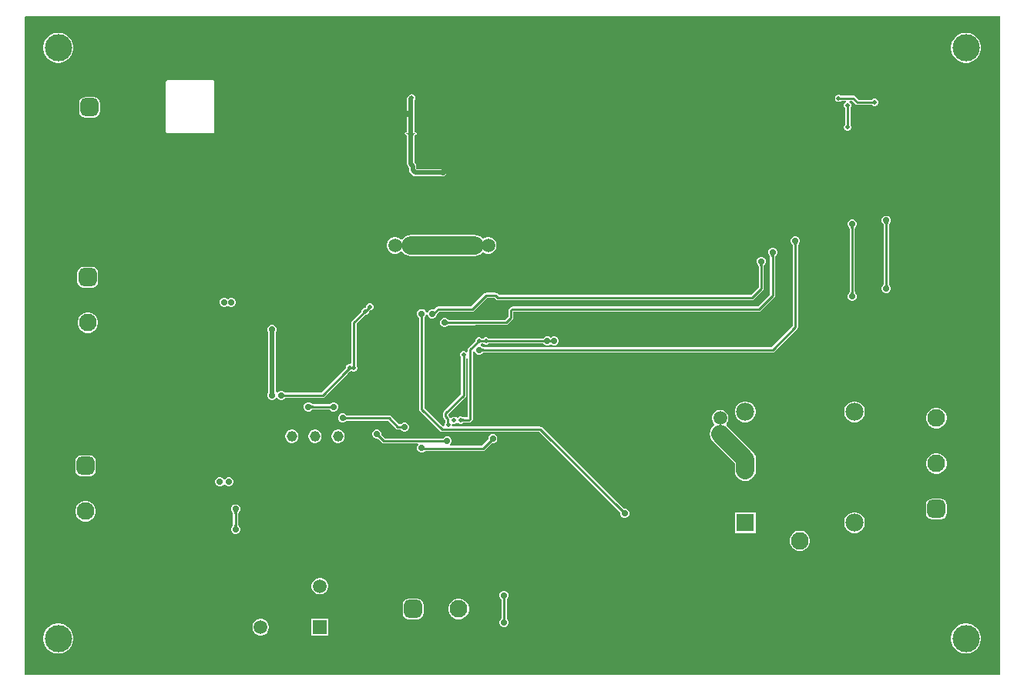
<source format=gbl>
G04*
G04 #@! TF.GenerationSoftware,Altium Limited,Altium Designer,25.2.1 (25)*
G04*
G04 Layer_Physical_Order=2*
G04 Layer_Color=16711680*
%FSLAX44Y44*%
%MOMM*%
G71*
G04*
G04 #@! TF.SameCoordinates,6A0C6451-6BFE-4A27-B80D-F8B4996A6162*
G04*
G04*
G04 #@! TF.FilePolarity,Positive*
G04*
G01*
G75*
%ADD88C,0.5000*%
%ADD89C,2.0000*%
%ADD90C,0.2540*%
%ADD91C,1.4980*%
%ADD92R,1.4980X1.4980*%
G04:AMPARAMS|DCode=93|XSize=1.95mm|YSize=1.95mm|CornerRadius=0.4875mm|HoleSize=0mm|Usage=FLASHONLY|Rotation=0.000|XOffset=0mm|YOffset=0mm|HoleType=Round|Shape=RoundedRectangle|*
%AMROUNDEDRECTD93*
21,1,1.9500,0.9750,0,0,0.0*
21,1,0.9750,1.9500,0,0,0.0*
1,1,0.9750,0.4875,-0.4875*
1,1,0.9750,-0.4875,-0.4875*
1,1,0.9750,-0.4875,0.4875*
1,1,0.9750,0.4875,0.4875*
%
%ADD93ROUNDEDRECTD93*%
%ADD94C,1.9500*%
%ADD95C,3.0000*%
%ADD96R,1.1628X1.1628*%
%ADD97C,1.1628*%
G04:AMPARAMS|DCode=98|XSize=1.95mm|YSize=1.95mm|CornerRadius=0.4875mm|HoleSize=0mm|Usage=FLASHONLY|Rotation=270.000|XOffset=0mm|YOffset=0mm|HoleType=Round|Shape=RoundedRectangle|*
%AMROUNDEDRECTD98*
21,1,1.9500,0.9750,0,0,270.0*
21,1,0.9750,1.9500,0,0,270.0*
1,1,0.9750,-0.4875,-0.4875*
1,1,0.9750,-0.4875,0.4875*
1,1,0.9750,0.4875,0.4875*
1,1,0.9750,0.4875,-0.4875*
%
%ADD98ROUNDEDRECTD98*%
%ADD99C,1.9800*%
%ADD100C,1.9350*%
%ADD101R,1.9800X1.9800*%
%ADD102C,0.7000*%
%ADD103C,0.5000*%
%ADD104C,1.0000*%
%ADD105C,1.5000*%
G36*
X1537155Y547845D02*
X465345D01*
Y1271000D01*
X466665Y1272155D01*
X1537155D01*
X1537155Y547845D01*
D02*
G37*
%LPC*%
G36*
X1501627Y1254020D02*
X1498373D01*
X1495181Y1253385D01*
X1492175Y1252140D01*
X1489469Y1250332D01*
X1487168Y1248031D01*
X1485360Y1245325D01*
X1484115Y1242319D01*
X1483480Y1239127D01*
Y1235873D01*
X1484115Y1232681D01*
X1485360Y1229675D01*
X1487168Y1226969D01*
X1489469Y1224668D01*
X1492175Y1222860D01*
X1495181Y1221615D01*
X1498373Y1220980D01*
X1501627D01*
X1504819Y1221615D01*
X1507825Y1222860D01*
X1510531Y1224668D01*
X1512832Y1226969D01*
X1514640Y1229675D01*
X1515885Y1232681D01*
X1516520Y1235873D01*
Y1239127D01*
X1515885Y1242319D01*
X1514640Y1245325D01*
X1512832Y1248031D01*
X1510531Y1250332D01*
X1507825Y1252140D01*
X1504819Y1253385D01*
X1501627Y1254020D01*
D02*
G37*
G36*
X504127D02*
X500873D01*
X497681Y1253385D01*
X494675Y1252140D01*
X491969Y1250332D01*
X489668Y1248031D01*
X487860Y1245325D01*
X486615Y1242319D01*
X485980Y1239127D01*
Y1235873D01*
X486615Y1232681D01*
X487860Y1229675D01*
X489668Y1226969D01*
X491969Y1224668D01*
X494675Y1222860D01*
X497681Y1221615D01*
X500873Y1220980D01*
X504127D01*
X507319Y1221615D01*
X510325Y1222860D01*
X513031Y1224668D01*
X515332Y1226969D01*
X517140Y1229675D01*
X518385Y1232681D01*
X519020Y1235873D01*
Y1239127D01*
X518385Y1242319D01*
X517140Y1245325D01*
X515332Y1248031D01*
X513031Y1250332D01*
X510325Y1252140D01*
X507319Y1253385D01*
X504127Y1254020D01*
D02*
G37*
G36*
X1360800Y1186020D02*
X1359200D01*
X1357723Y1185408D01*
X1356592Y1184277D01*
X1355980Y1182800D01*
Y1181200D01*
X1356592Y1179723D01*
X1357723Y1178592D01*
X1359200Y1177980D01*
X1360800D01*
X1362277Y1178592D01*
X1362841Y1179155D01*
X1367969D01*
X1368272Y1177635D01*
X1367723Y1177408D01*
X1366592Y1176277D01*
X1365980Y1174800D01*
Y1173200D01*
X1366592Y1171723D01*
X1367155Y1171160D01*
Y1152840D01*
X1366592Y1152277D01*
X1365980Y1150800D01*
Y1149200D01*
X1366592Y1147723D01*
X1367723Y1146592D01*
X1369200Y1145980D01*
X1370800D01*
X1372277Y1146592D01*
X1373408Y1147723D01*
X1374020Y1149200D01*
Y1150800D01*
X1373408Y1152277D01*
X1372845Y1152840D01*
Y1171160D01*
X1373408Y1171723D01*
X1374020Y1173200D01*
Y1174800D01*
X1373408Y1176277D01*
X1372277Y1177408D01*
X1371728Y1177635D01*
X1372031Y1179155D01*
X1374921D01*
X1378588Y1175488D01*
X1379510Y1174872D01*
X1380599Y1174655D01*
X1396660D01*
X1397223Y1174092D01*
X1398701Y1173480D01*
X1400300D01*
X1401777Y1174092D01*
X1402908Y1175223D01*
X1403520Y1176700D01*
Y1178299D01*
X1402908Y1179777D01*
X1401777Y1180908D01*
X1400300Y1181520D01*
X1398701D01*
X1397223Y1180908D01*
X1396660Y1180344D01*
X1381777D01*
X1378110Y1184012D01*
X1377188Y1184628D01*
X1376099Y1184845D01*
X1362841D01*
X1362277Y1185408D01*
X1360800Y1186020D01*
D02*
G37*
G36*
X541875Y1183395D02*
X532125D01*
X529630Y1182899D01*
X527514Y1181485D01*
X526101Y1179370D01*
X525605Y1176875D01*
Y1167125D01*
X526101Y1164629D01*
X527514Y1162514D01*
X529630Y1161101D01*
X532125Y1160604D01*
X541875D01*
X544370Y1161101D01*
X546485Y1162514D01*
X547899Y1164629D01*
X548395Y1167125D01*
Y1176875D01*
X547899Y1179370D01*
X546485Y1181485D01*
X544370Y1182899D01*
X541875Y1183395D01*
D02*
G37*
G36*
X672519Y1201704D02*
X622481D01*
X621318Y1201222D01*
X620836Y1200059D01*
Y1144941D01*
X621318Y1143778D01*
X622481Y1143296D01*
X672519D01*
X673682Y1143778D01*
X674164Y1144941D01*
Y1200059D01*
X673682Y1201222D01*
X672519Y1201704D01*
D02*
G37*
G36*
X891000Y1186599D02*
X889431Y1186287D01*
X888101Y1185398D01*
X887102Y1184399D01*
X886213Y1183069D01*
X885901Y1181500D01*
Y1144806D01*
X885000D01*
X884500Y1144599D01*
X883980Y1144452D01*
X883931Y1144363D01*
X883837Y1144324D01*
X883630Y1143825D01*
X883366Y1143353D01*
X883394Y1143255D01*
X883355Y1143161D01*
X883562Y1142661D01*
X883709Y1142141D01*
X883798Y1142092D01*
X883837Y1141998D01*
X884336Y1141791D01*
X884808Y1141527D01*
X885092Y1141494D01*
X885144Y1141474D01*
X885193Y1141442D01*
X885278Y1141349D01*
X885400Y1141147D01*
X885537Y1140810D01*
X885665Y1140334D01*
X885767Y1139724D01*
X885832Y1138987D01*
X885855Y1138087D01*
X885901Y1137984D01*
Y1109373D01*
X886213Y1107804D01*
X887102Y1106474D01*
X887964Y1105612D01*
Y1102929D01*
X888276Y1101360D01*
X889164Y1100031D01*
X892093Y1097102D01*
X893423Y1096213D01*
X894992Y1095901D01*
X925000D01*
X926569Y1096213D01*
X927898Y1097102D01*
X928787Y1098431D01*
X929099Y1100000D01*
X928787Y1101569D01*
X927898Y1102898D01*
X926569Y1103787D01*
X925000Y1104099D01*
X896689D01*
X896161Y1104627D01*
Y1107310D01*
X895849Y1108879D01*
X894961Y1110208D01*
X894099Y1111070D01*
Y1137984D01*
X894145Y1138087D01*
X894168Y1138987D01*
X894233Y1139724D01*
X894335Y1140334D01*
X894463Y1140810D01*
X894600Y1141146D01*
X894722Y1141349D01*
X894807Y1141442D01*
X894856Y1141474D01*
X894908Y1141494D01*
X895192Y1141527D01*
X895664Y1141791D01*
X896163Y1141998D01*
X896202Y1142092D01*
X896291Y1142141D01*
X896438Y1142661D01*
X896645Y1143161D01*
X896606Y1143255D01*
X896634Y1143353D01*
X896370Y1143825D01*
X896163Y1144324D01*
X896069Y1144363D01*
X896020Y1144452D01*
X895499Y1144599D01*
X895000Y1144806D01*
X894099D01*
Y1179902D01*
X894786Y1180931D01*
X895098Y1182500D01*
X894786Y1184069D01*
X893898Y1185398D01*
X892568Y1186287D01*
X891000Y1186599D01*
D02*
G37*
G36*
X960000Y1031619D02*
X890000D01*
X886993Y1031224D01*
X884190Y1030063D01*
X881784Y1028216D01*
X880658Y1026748D01*
X878687Y1026569D01*
X878038Y1027218D01*
X875982Y1028405D01*
X873688Y1029020D01*
X871312D01*
X869018Y1028405D01*
X866962Y1027218D01*
X865282Y1025538D01*
X864095Y1023482D01*
X863480Y1021188D01*
Y1018812D01*
X864095Y1016518D01*
X865282Y1014462D01*
X866962Y1012782D01*
X869018Y1011595D01*
X871312Y1010980D01*
X873688D01*
X875982Y1011595D01*
X878038Y1012782D01*
X878687Y1013431D01*
X880658Y1013252D01*
X881784Y1011784D01*
X884190Y1009937D01*
X886993Y1008776D01*
X890000Y1008381D01*
X960000D01*
X963007Y1008776D01*
X965810Y1009937D01*
X968216Y1011784D01*
X968957Y1012749D01*
X969462Y1012782D01*
X971518Y1011595D01*
X973812Y1010980D01*
X976188D01*
X978482Y1011595D01*
X980538Y1012782D01*
X982218Y1014462D01*
X983405Y1016518D01*
X984020Y1018812D01*
Y1021188D01*
X983405Y1023482D01*
X982218Y1025538D01*
X980538Y1027218D01*
X978482Y1028405D01*
X976188Y1029020D01*
X973812D01*
X971518Y1028405D01*
X969462Y1027218D01*
X968957Y1027251D01*
X968216Y1028216D01*
X965810Y1030063D01*
X963007Y1031224D01*
X960000Y1031619D01*
D02*
G37*
G36*
X539875Y996396D02*
X530126D01*
X527630Y995899D01*
X525515Y994486D01*
X524101Y992371D01*
X523605Y989875D01*
Y980126D01*
X524101Y977630D01*
X525515Y975515D01*
X527630Y974101D01*
X530126Y973605D01*
X539875D01*
X542371Y974101D01*
X544486Y975515D01*
X545900Y977630D01*
X546396Y980126D01*
Y989875D01*
X545900Y992371D01*
X544486Y994486D01*
X542371Y995899D01*
X539875Y996396D01*
D02*
G37*
G36*
X1413499Y1052520D02*
X1411501D01*
X1409656Y1051756D01*
X1408244Y1050344D01*
X1407480Y1048499D01*
Y1046501D01*
X1408244Y1044656D01*
X1408746Y1044154D01*
X1408855Y1043869D01*
X1409036Y1043679D01*
X1409154Y1043532D01*
X1409255Y1043385D01*
X1409341Y1043234D01*
X1409413Y1043079D01*
X1409472Y1042916D01*
X1409519Y1042743D01*
X1409554Y1042557D01*
X1409576Y1042356D01*
X1409586Y1042081D01*
X1409655Y1041928D01*
Y978072D01*
X1409586Y977919D01*
X1409576Y977644D01*
X1409554Y977443D01*
X1409519Y977257D01*
X1409472Y977084D01*
X1409413Y976921D01*
X1409341Y976766D01*
X1409255Y976616D01*
X1409154Y976468D01*
X1409036Y976321D01*
X1408855Y976131D01*
X1408746Y975845D01*
X1408244Y975344D01*
X1407480Y973499D01*
Y971501D01*
X1408244Y969656D01*
X1409656Y968244D01*
X1411501Y967480D01*
X1413499D01*
X1415344Y968244D01*
X1416756Y969656D01*
X1417520Y971501D01*
Y973499D01*
X1416756Y975344D01*
X1416254Y975846D01*
X1416145Y976131D01*
X1415964Y976321D01*
X1415846Y976468D01*
X1415745Y976615D01*
X1415659Y976766D01*
X1415587Y976921D01*
X1415528Y977084D01*
X1415481Y977257D01*
X1415446Y977443D01*
X1415424Y977644D01*
X1415414Y977919D01*
X1415345Y978072D01*
Y1041928D01*
X1415414Y1042081D01*
X1415424Y1042356D01*
X1415446Y1042557D01*
X1415481Y1042743D01*
X1415528Y1042916D01*
X1415587Y1043079D01*
X1415659Y1043234D01*
X1415745Y1043384D01*
X1415846Y1043532D01*
X1415964Y1043679D01*
X1416145Y1043869D01*
X1416254Y1044155D01*
X1416756Y1044656D01*
X1417520Y1046501D01*
Y1048499D01*
X1416756Y1050344D01*
X1415344Y1051756D01*
X1413499Y1052520D01*
D02*
G37*
G36*
X693499Y962520D02*
X691501D01*
X689656Y961756D01*
X688750Y960849D01*
X687844Y961756D01*
X685999Y962520D01*
X684001D01*
X682156Y961756D01*
X680744Y960344D01*
X679980Y958499D01*
Y956501D01*
X680744Y954656D01*
X682156Y953244D01*
X684001Y952480D01*
X685999D01*
X687844Y953244D01*
X688750Y954151D01*
X689656Y953244D01*
X691501Y952480D01*
X693499D01*
X695344Y953244D01*
X696756Y954656D01*
X697520Y956501D01*
Y958499D01*
X696756Y960344D01*
X695344Y961756D01*
X693499Y962520D01*
D02*
G37*
G36*
X1313499Y1030020D02*
X1311501D01*
X1309656Y1029256D01*
X1308244Y1027844D01*
X1307480Y1025999D01*
Y1024001D01*
X1308244Y1022156D01*
X1308746Y1021654D01*
X1308855Y1021369D01*
X1309036Y1021179D01*
X1309154Y1021032D01*
X1309255Y1020885D01*
X1309341Y1020734D01*
X1309413Y1020579D01*
X1309472Y1020416D01*
X1309519Y1020243D01*
X1309554Y1020057D01*
X1309576Y1019856D01*
X1309586Y1019581D01*
X1309655Y1019428D01*
Y931178D01*
X1286322Y907845D01*
X970572D01*
X970419Y907914D01*
X970144Y907924D01*
X969943Y907946D01*
X969757Y907981D01*
X969584Y908028D01*
X969421Y908087D01*
X969266Y908159D01*
X969116Y908245D01*
X968968Y908346D01*
X968821Y908464D01*
X968631Y908645D01*
X968345Y908754D01*
X967844Y909256D01*
X966726Y909719D01*
Y911364D01*
X967277Y911592D01*
X967840Y912155D01*
X969660D01*
X970223Y911592D01*
X971700Y910980D01*
X973300D01*
X974777Y911592D01*
X975289Y912104D01*
X1035743D01*
X1035764Y912054D01*
X1037176Y910642D01*
X1039022Y909877D01*
X1041019D01*
X1042864Y910642D01*
X1043811Y911589D01*
X1044656Y910744D01*
X1046501Y909980D01*
X1048499D01*
X1050344Y910744D01*
X1051756Y912156D01*
X1052520Y914001D01*
Y915999D01*
X1051756Y917844D01*
X1050344Y919256D01*
X1048499Y920020D01*
X1046501D01*
X1044656Y919256D01*
X1043709Y918308D01*
X1042864Y919153D01*
X1041019Y919918D01*
X1039022D01*
X1037176Y919153D01*
X1035817Y917793D01*
X975392D01*
X974777Y918408D01*
X973300Y919020D01*
X971700D01*
X970223Y918408D01*
X969660Y917845D01*
X967840D01*
X967277Y918408D01*
X965800Y919020D01*
X964200D01*
X962723Y918408D01*
X961592Y917277D01*
X960980Y915800D01*
Y915003D01*
X953345Y907368D01*
X952728Y906445D01*
X952512Y905356D01*
Y903145D01*
X950991Y902613D01*
X950237Y903368D01*
X948759Y903980D01*
X947160D01*
X945683Y903368D01*
X944552Y902237D01*
X943940Y900759D01*
Y899160D01*
X944552Y897683D01*
X945115Y897119D01*
Y856138D01*
X925988Y837011D01*
X925372Y836089D01*
X925155Y835000D01*
Y831826D01*
X925372Y830737D01*
X925988Y829814D01*
X927685Y828118D01*
Y825450D01*
X927592Y825357D01*
X926980Y823880D01*
Y822280D01*
X925805Y821395D01*
X924718Y821305D01*
X904845Y841178D01*
X904845Y940745D01*
X906256Y942156D01*
X906844Y943576D01*
X907736Y943605D01*
X908424Y943429D01*
X909108Y941779D01*
X910520Y940367D01*
X912365Y939603D01*
X914362D01*
X916207Y940367D01*
X917619Y941779D01*
X918384Y943624D01*
Y944467D01*
X921072Y947155D01*
X957500D01*
X958589Y947372D01*
X959511Y947989D01*
X970407Y958885D01*
X970408Y958885D01*
X973843Y962320D01*
X981749D01*
X983581Y960489D01*
X984504Y959872D01*
X985592Y959655D01*
X1265000D01*
X1266089Y959872D01*
X1267011Y960489D01*
X1277011Y970489D01*
X1277628Y971411D01*
X1277845Y972500D01*
Y996928D01*
X1277914Y997081D01*
X1277924Y997356D01*
X1277946Y997557D01*
X1277981Y997743D01*
X1278028Y997916D01*
X1278087Y998079D01*
X1278159Y998234D01*
X1278245Y998384D01*
X1278346Y998532D01*
X1278464Y998679D01*
X1278645Y998869D01*
X1278754Y999155D01*
X1279256Y999656D01*
X1280020Y1001501D01*
Y1003499D01*
X1279256Y1005344D01*
X1277844Y1006756D01*
X1275999Y1007520D01*
X1274001D01*
X1272156Y1006756D01*
X1270744Y1005344D01*
X1269980Y1003499D01*
Y1001501D01*
X1270744Y999656D01*
X1271246Y999154D01*
X1271355Y998869D01*
X1271536Y998679D01*
X1271654Y998532D01*
X1271755Y998385D01*
X1271841Y998234D01*
X1271913Y998079D01*
X1271972Y997916D01*
X1272019Y997743D01*
X1272054Y997557D01*
X1272076Y997356D01*
X1272086Y997081D01*
X1272155Y996928D01*
Y973678D01*
X1263822Y965345D01*
X986771D01*
X984939Y967176D01*
X984016Y967793D01*
X982927Y968010D01*
X972665D01*
X971576Y967793D01*
X970653Y967176D01*
X966385Y962907D01*
X956322Y952845D01*
X919894D01*
X918805Y952628D01*
X917882Y952011D01*
X915176Y949305D01*
X914362Y949643D01*
X912365D01*
X910520Y948878D01*
X909108Y947466D01*
X908520Y946047D01*
X907628Y946018D01*
X906939Y946193D01*
X906256Y947844D01*
X904844Y949256D01*
X902999Y950020D01*
X901001D01*
X899156Y949256D01*
X897744Y947844D01*
X896980Y945999D01*
Y944001D01*
X897744Y942156D01*
X899155Y940745D01*
X899155Y840000D01*
X899372Y838911D01*
X899989Y837989D01*
X922198Y815779D01*
X923121Y815162D01*
X924210Y814945D01*
X1031032D01*
X1119980Y725997D01*
Y724001D01*
X1120744Y722156D01*
X1122156Y720744D01*
X1124001Y719980D01*
X1125999D01*
X1127844Y720744D01*
X1129256Y722156D01*
X1130020Y724001D01*
Y725999D01*
X1129256Y727844D01*
X1127844Y729256D01*
X1125999Y730020D01*
X1124003D01*
X1034221Y819801D01*
X1033299Y820418D01*
X1032210Y820635D01*
X935984D01*
X934968Y822155D01*
X935020Y822280D01*
Y822531D01*
X936540Y823546D01*
X936700Y823480D01*
X938300D01*
X939777Y824092D01*
X940908Y825223D01*
X942243Y824572D01*
X942313Y824502D01*
X943791Y823890D01*
X945390D01*
X946867Y824502D01*
X947202Y824836D01*
X947266Y824858D01*
X947294Y824864D01*
X947351Y824868D01*
X947373Y824880D01*
X947394Y824884D01*
X947429Y824907D01*
X947437Y824910D01*
X947490Y824926D01*
X947578Y824945D01*
X947681Y824961D01*
X948053Y824991D01*
X948273Y824995D01*
X948435Y825065D01*
X953892D01*
X954980Y825282D01*
X955903Y825898D01*
X957368Y827363D01*
X957984Y828286D01*
X958201Y829374D01*
Y903049D01*
X958633Y903323D01*
X960513Y902715D01*
X960744Y902156D01*
X962156Y900744D01*
X964001Y899980D01*
X965999D01*
X967844Y900744D01*
X968346Y901246D01*
X968631Y901355D01*
X968821Y901536D01*
X968968Y901654D01*
X969115Y901755D01*
X969266Y901841D01*
X969421Y901913D01*
X969584Y901972D01*
X969757Y902019D01*
X969943Y902054D01*
X970144Y902076D01*
X970419Y902086D01*
X970572Y902155D01*
X1287500D01*
X1288589Y902372D01*
X1289512Y902989D01*
X1314512Y927989D01*
X1315128Y928911D01*
X1315345Y930000D01*
Y1019428D01*
X1315414Y1019581D01*
X1315424Y1019856D01*
X1315446Y1020057D01*
X1315481Y1020243D01*
X1315528Y1020416D01*
X1315587Y1020579D01*
X1315659Y1020734D01*
X1315745Y1020884D01*
X1315846Y1021032D01*
X1315964Y1021179D01*
X1316145Y1021369D01*
X1316254Y1021655D01*
X1316756Y1022156D01*
X1317520Y1024001D01*
Y1025999D01*
X1316756Y1027844D01*
X1315344Y1029256D01*
X1313499Y1030020D01*
D02*
G37*
G36*
X1375999Y1048770D02*
X1374001D01*
X1372156Y1048006D01*
X1370744Y1046594D01*
X1369980Y1044749D01*
Y1042752D01*
X1370744Y1040907D01*
X1371246Y1040405D01*
X1371355Y1040119D01*
X1371536Y1039929D01*
X1371654Y1039782D01*
X1371755Y1039635D01*
X1371841Y1039484D01*
X1371913Y1039329D01*
X1371972Y1039166D01*
X1372019Y1038993D01*
X1372054Y1038807D01*
X1372076Y1038606D01*
X1372086Y1038331D01*
X1372155Y1038178D01*
Y969322D01*
X1372086Y969170D01*
X1372076Y968895D01*
X1372054Y968693D01*
X1372019Y968507D01*
X1371972Y968334D01*
X1371913Y968171D01*
X1371841Y968016D01*
X1371755Y967866D01*
X1371654Y967718D01*
X1371536Y967571D01*
X1371355Y967381D01*
X1371246Y967096D01*
X1370744Y966594D01*
X1369980Y964749D01*
Y962752D01*
X1370744Y960907D01*
X1372156Y959495D01*
X1374001Y958730D01*
X1375999D01*
X1377844Y959495D01*
X1379256Y960907D01*
X1380020Y962752D01*
Y964749D01*
X1379256Y966594D01*
X1378754Y967096D01*
X1378645Y967381D01*
X1378464Y967571D01*
X1378346Y967718D01*
X1378245Y967866D01*
X1378159Y968016D01*
X1378087Y968171D01*
X1378028Y968334D01*
X1377981Y968507D01*
X1377946Y968693D01*
X1377924Y968895D01*
X1377914Y969170D01*
X1377845Y969322D01*
Y1038178D01*
X1377914Y1038331D01*
X1377924Y1038606D01*
X1377946Y1038807D01*
X1377981Y1038993D01*
X1378028Y1039166D01*
X1378087Y1039329D01*
X1378159Y1039484D01*
X1378245Y1039635D01*
X1378346Y1039782D01*
X1378464Y1039929D01*
X1378645Y1040119D01*
X1378754Y1040405D01*
X1379256Y1040907D01*
X1380020Y1042752D01*
Y1044749D01*
X1379256Y1046594D01*
X1377844Y1048006D01*
X1375999Y1048770D01*
D02*
G37*
G36*
X1288499Y1017520D02*
X1286501D01*
X1284656Y1016756D01*
X1283244Y1015344D01*
X1282480Y1013499D01*
Y1011501D01*
X1283244Y1009656D01*
X1283656Y1009245D01*
X1283749Y1008979D01*
X1283926Y1008781D01*
X1284045Y1008625D01*
X1284147Y1008469D01*
X1284234Y1008310D01*
X1284307Y1008147D01*
X1284366Y1007977D01*
X1284414Y1007797D01*
X1284449Y1007606D01*
X1284470Y1007401D01*
X1284480Y1007125D01*
X1284550Y1006972D01*
Y966072D01*
X1271322Y952845D01*
X1001488D01*
X1000399Y952628D01*
X999476Y952011D01*
X997989Y950524D01*
X997372Y949601D01*
X997155Y948512D01*
Y941868D01*
X993422Y938135D01*
X960309D01*
X959220Y937918D01*
X959110Y937845D01*
X932607D01*
X932455Y937914D01*
X932180Y937924D01*
X931978Y937946D01*
X931793Y937981D01*
X931620Y938028D01*
X931457Y938087D01*
X931301Y938159D01*
X931151Y938245D01*
X931003Y938346D01*
X930857Y938464D01*
X930666Y938645D01*
X930381Y938754D01*
X929879Y939256D01*
X928034Y940020D01*
X926037D01*
X924192Y939256D01*
X922780Y937844D01*
X922016Y935999D01*
Y934001D01*
X922780Y932156D01*
X924192Y930744D01*
X926037Y929980D01*
X928034D01*
X929879Y930744D01*
X930381Y931246D01*
X930666Y931355D01*
X930857Y931536D01*
X931003Y931654D01*
X931151Y931755D01*
X931301Y931841D01*
X931457Y931913D01*
X931620Y931972D01*
X931793Y932019D01*
X931978Y932054D01*
X932180Y932076D01*
X932455Y932086D01*
X932607Y932155D01*
X960019D01*
X961107Y932372D01*
X961217Y932445D01*
X994601D01*
X995689Y932662D01*
X996612Y933279D01*
X1002011Y938678D01*
X1002628Y939601D01*
X1002845Y940689D01*
Y947155D01*
X1272500D01*
X1273589Y947372D01*
X1274511Y947989D01*
X1289406Y962883D01*
X1290022Y963805D01*
X1290239Y964894D01*
Y1006888D01*
X1290308Y1007040D01*
X1290318Y1007315D01*
X1290340Y1007513D01*
X1290375Y1007693D01*
X1290422Y1007860D01*
X1290481Y1008015D01*
X1290551Y1008162D01*
X1290635Y1008304D01*
X1290735Y1008443D01*
X1290852Y1008580D01*
X1291035Y1008762D01*
X1291158Y1009059D01*
X1291756Y1009656D01*
X1292520Y1011501D01*
Y1013499D01*
X1291756Y1015344D01*
X1290344Y1016756D01*
X1288499Y1017520D01*
D02*
G37*
G36*
X536484Y946271D02*
X533517D01*
X530650Y945503D01*
X528081Y944019D01*
X525982Y941920D01*
X524498Y939351D01*
X523731Y936484D01*
Y933517D01*
X524498Y930650D01*
X525982Y928081D01*
X528081Y925982D01*
X530650Y924499D01*
X533517Y923731D01*
X536484D01*
X539351Y924499D01*
X541921Y925982D01*
X544019Y928081D01*
X545503Y930650D01*
X546270Y933517D01*
Y936484D01*
X545503Y939351D01*
X544019Y941920D01*
X541921Y944019D01*
X539351Y945503D01*
X536484Y946271D01*
D02*
G37*
G36*
X845800Y956520D02*
X844200D01*
X842723Y955908D01*
X841592Y954777D01*
X840980Y953300D01*
Y952503D01*
X839997Y951520D01*
X839200D01*
X837723Y950908D01*
X836592Y949777D01*
X835980Y948300D01*
Y947503D01*
X825489Y937011D01*
X824872Y936089D01*
X824655Y935000D01*
Y890482D01*
X823324Y889388D01*
X821725D01*
X820248Y888776D01*
X819117Y887645D01*
X818505Y886167D01*
Y885371D01*
X815818Y882684D01*
X815202Y881761D01*
X815094Y881222D01*
X791717Y857845D01*
X751755D01*
X750344Y859256D01*
X748499Y860020D01*
X746501D01*
X744656Y859256D01*
X743355Y857954D01*
X743092Y857936D01*
X741599Y859015D01*
Y924349D01*
X741756Y924506D01*
X742520Y926351D01*
Y928348D01*
X741756Y930193D01*
X740344Y931606D01*
X738499Y932370D01*
X736501D01*
X734656Y931606D01*
X733244Y930193D01*
X732480Y928348D01*
Y926351D01*
X733244Y924506D01*
X733401Y924349D01*
Y858001D01*
X733244Y857844D01*
X732480Y855999D01*
Y854001D01*
X733244Y852156D01*
X734656Y850744D01*
X736501Y849980D01*
X738499D01*
X740344Y850744D01*
X741645Y852046D01*
X742500Y852105D01*
X743355Y852046D01*
X744656Y850744D01*
X746501Y849980D01*
X748499D01*
X750344Y850744D01*
X751755Y852155D01*
X792895D01*
X793984Y852372D01*
X794907Y852989D01*
X819841Y877923D01*
X820458Y878846D01*
X820565Y879385D01*
X822528Y881348D01*
X823325D01*
X824802Y881960D01*
X824829Y881986D01*
X825223Y881592D01*
X826700Y880980D01*
X828300D01*
X829777Y881592D01*
X830908Y882723D01*
X831520Y884200D01*
Y885800D01*
X830908Y887277D01*
X830574Y887612D01*
X830552Y887675D01*
X830546Y887704D01*
X830541Y887761D01*
X830530Y887783D01*
X830526Y887804D01*
X830503Y887839D01*
X830500Y887846D01*
X830484Y887900D01*
X830464Y887988D01*
X830448Y888091D01*
X830419Y888463D01*
X830415Y888683D01*
X830345Y888844D01*
Y933822D01*
X840003Y943480D01*
X840800D01*
X842277Y944092D01*
X843408Y945223D01*
X844020Y946700D01*
Y947497D01*
X845003Y948480D01*
X845800D01*
X847277Y949092D01*
X848408Y950223D01*
X849020Y951700D01*
Y953300D01*
X848408Y954777D01*
X847277Y955908D01*
X845800Y956520D01*
D02*
G37*
G36*
X805999Y847520D02*
X804001D01*
X802156Y846756D01*
X800745Y845345D01*
X783072D01*
X782919Y845414D01*
X782644Y845424D01*
X782443Y845446D01*
X782257Y845481D01*
X782084Y845528D01*
X781921Y845587D01*
X781766Y845659D01*
X781616Y845745D01*
X781468Y845846D01*
X781321Y845964D01*
X781131Y846145D01*
X780845Y846254D01*
X780344Y846756D01*
X778499Y847520D01*
X776501D01*
X774656Y846756D01*
X773244Y845344D01*
X772480Y843499D01*
Y841501D01*
X773244Y839656D01*
X774656Y838244D01*
X776501Y837480D01*
X778499D01*
X780344Y838244D01*
X780846Y838746D01*
X781131Y838855D01*
X781321Y839036D01*
X781468Y839154D01*
X781615Y839255D01*
X781766Y839341D01*
X781921Y839413D01*
X782084Y839472D01*
X782257Y839519D01*
X782443Y839554D01*
X782644Y839576D01*
X782919Y839586D01*
X783072Y839655D01*
X800745D01*
X802156Y838244D01*
X804001Y837480D01*
X805999D01*
X807844Y838244D01*
X809256Y839656D01*
X810020Y841501D01*
Y843499D01*
X809256Y845344D01*
X807844Y846756D01*
X805999Y847520D01*
D02*
G37*
G36*
X1379004Y848420D02*
X1375997D01*
X1373092Y847642D01*
X1370488Y846139D01*
X1368362Y844012D01*
X1366859Y841408D01*
X1366080Y838504D01*
Y835497D01*
X1366859Y832592D01*
X1368362Y829988D01*
X1370488Y827862D01*
X1373092Y826358D01*
X1375997Y825580D01*
X1379004D01*
X1381908Y826358D01*
X1384512Y827862D01*
X1386639Y829988D01*
X1388142Y832592D01*
X1388920Y835497D01*
Y838504D01*
X1388142Y841408D01*
X1386639Y844012D01*
X1384512Y846139D01*
X1381908Y847642D01*
X1379004Y848420D01*
D02*
G37*
G36*
X1259004D02*
X1255997D01*
X1253092Y847642D01*
X1250488Y846139D01*
X1248362Y844012D01*
X1246858Y841408D01*
X1246080Y838504D01*
Y835497D01*
X1246858Y832592D01*
X1248362Y829988D01*
X1250488Y827862D01*
X1253092Y826358D01*
X1255997Y825580D01*
X1259004D01*
X1261908Y826358D01*
X1264512Y827862D01*
X1266638Y829988D01*
X1268142Y832592D01*
X1268920Y835497D01*
Y838504D01*
X1268142Y841408D01*
X1266638Y844012D01*
X1264512Y846139D01*
X1261908Y847642D01*
X1259004Y848420D01*
D02*
G37*
G36*
X1468983Y841270D02*
X1466016D01*
X1463150Y840502D01*
X1460580Y839018D01*
X1458481Y836920D01*
X1456998Y834350D01*
X1456230Y831484D01*
Y828516D01*
X1456998Y825650D01*
X1458481Y823080D01*
X1460580Y820982D01*
X1463150Y819498D01*
X1466016Y818730D01*
X1468983D01*
X1471850Y819498D01*
X1474420Y820982D01*
X1476518Y823080D01*
X1478002Y825650D01*
X1478770Y828516D01*
Y831484D01*
X1478002Y834350D01*
X1476518Y836920D01*
X1474420Y839018D01*
X1471850Y840502D01*
X1468983Y841270D01*
D02*
G37*
G36*
X815999Y835020D02*
X814001D01*
X812156Y834256D01*
X810744Y832844D01*
X809980Y830999D01*
Y829001D01*
X810744Y827156D01*
X812156Y825744D01*
X814001Y824980D01*
X815999D01*
X817844Y825744D01*
X818346Y826246D01*
X818631Y826355D01*
X818821Y826536D01*
X818968Y826654D01*
X819115Y826755D01*
X819266Y826841D01*
X819421Y826913D01*
X819584Y826972D01*
X819757Y827019D01*
X819943Y827054D01*
X820144Y827076D01*
X820419Y827086D01*
X820572Y827155D01*
X865071D01*
X873679Y818548D01*
X874601Y817932D01*
X875690Y817715D01*
X878513D01*
X878744Y817156D01*
X880156Y815744D01*
X882001Y814980D01*
X883999D01*
X885844Y815744D01*
X887256Y817156D01*
X888020Y819001D01*
Y820999D01*
X887256Y822844D01*
X885844Y824256D01*
X883999Y825020D01*
X882001D01*
X880156Y824256D01*
X879305Y823404D01*
X876868D01*
X868261Y832011D01*
X867338Y832628D01*
X866250Y832845D01*
X820572D01*
X820419Y832914D01*
X820144Y832924D01*
X819943Y832946D01*
X819757Y832981D01*
X819584Y833028D01*
X819421Y833087D01*
X819266Y833159D01*
X819116Y833245D01*
X818968Y833346D01*
X818821Y833464D01*
X818631Y833645D01*
X818345Y833754D01*
X817844Y834256D01*
X815999Y835020D01*
D02*
G37*
G36*
X810965Y817334D02*
X809035D01*
X807169Y816834D01*
X805497Y815869D01*
X804131Y814503D01*
X803166Y812831D01*
X802666Y810965D01*
Y809035D01*
X803166Y807169D01*
X804131Y805497D01*
X805497Y804131D01*
X807169Y803166D01*
X809035Y802666D01*
X810965D01*
X812831Y803166D01*
X814503Y804131D01*
X815869Y805497D01*
X816834Y807169D01*
X817334Y809035D01*
Y810965D01*
X816834Y812831D01*
X815869Y814503D01*
X814503Y815869D01*
X812831Y816834D01*
X810965Y817334D01*
D02*
G37*
G36*
X785565D02*
X783634D01*
X781769Y816834D01*
X780097Y815869D01*
X778731Y814503D01*
X777766Y812831D01*
X777266Y810965D01*
Y809035D01*
X777766Y807169D01*
X778731Y805497D01*
X780097Y804131D01*
X781769Y803166D01*
X783634Y802666D01*
X785565D01*
X787431Y803166D01*
X789103Y804131D01*
X790469Y805497D01*
X791434Y807169D01*
X791934Y809035D01*
Y810965D01*
X791434Y812831D01*
X790469Y814503D01*
X789103Y815869D01*
X787431Y816834D01*
X785565Y817334D01*
D02*
G37*
G36*
X760165D02*
X758234D01*
X756369Y816834D01*
X754697Y815869D01*
X753331Y814503D01*
X752366Y812831D01*
X751866Y810965D01*
Y809035D01*
X752366Y807169D01*
X753331Y805497D01*
X754697Y804131D01*
X756369Y803166D01*
X758234Y802666D01*
X760165D01*
X762031Y803166D01*
X763703Y804131D01*
X765069Y805497D01*
X766034Y807169D01*
X766534Y809035D01*
Y810965D01*
X766034Y812831D01*
X765069Y814503D01*
X763703Y815869D01*
X762031Y816834D01*
X760165Y817334D01*
D02*
G37*
G36*
X853499Y817520D02*
X851501D01*
X849656Y816756D01*
X848244Y815344D01*
X847480Y813499D01*
Y811501D01*
X848244Y809656D01*
X849656Y808244D01*
X851501Y807480D01*
X852211D01*
X852490Y807355D01*
X852752Y807348D01*
X852940Y807329D01*
X853116Y807296D01*
X853283Y807250D01*
X853443Y807191D01*
X853600Y807118D01*
X853756Y807029D01*
X853912Y806922D01*
X854070Y806795D01*
X854271Y806607D01*
X854428Y806549D01*
X858069Y802908D01*
X858991Y802292D01*
X860080Y802075D01*
X897826D01*
X898174Y801629D01*
X898528Y800627D01*
X897744Y799844D01*
X896980Y797999D01*
Y796002D01*
X897744Y794156D01*
X899156Y792744D01*
X901001Y791980D01*
X902999D01*
X904844Y792744D01*
X905965Y793865D01*
X969210D01*
X970299Y794082D01*
X971221Y794698D01*
X979003Y802480D01*
X980999D01*
X982844Y803244D01*
X984256Y804656D01*
X985020Y806501D01*
Y808499D01*
X984256Y810344D01*
X982844Y811756D01*
X980999Y812520D01*
X979001D01*
X977156Y811756D01*
X975744Y810344D01*
X974980Y808499D01*
Y806503D01*
X968032Y799555D01*
X933641D01*
X933174Y801075D01*
X934256Y802156D01*
X935020Y804001D01*
Y805999D01*
X934256Y807844D01*
X932844Y809256D01*
X930999Y810020D01*
X929001D01*
X927156Y809256D01*
X925745Y807845D01*
X898096D01*
X897693Y807765D01*
X861258D01*
X858451Y810572D01*
X858393Y810729D01*
X858205Y810930D01*
X858078Y811088D01*
X857971Y811244D01*
X857883Y811400D01*
X857809Y811557D01*
X857750Y811717D01*
X857704Y811884D01*
X857671Y812060D01*
X857652Y812248D01*
X857645Y812510D01*
X857520Y812789D01*
Y813499D01*
X856756Y815344D01*
X855344Y816756D01*
X853499Y817520D01*
D02*
G37*
G36*
X1468983Y791270D02*
X1466016D01*
X1463150Y790502D01*
X1460580Y789018D01*
X1458481Y786920D01*
X1456998Y784350D01*
X1456230Y781484D01*
Y778517D01*
X1456998Y775650D01*
X1458481Y773080D01*
X1460580Y770982D01*
X1463150Y769498D01*
X1466016Y768730D01*
X1468983D01*
X1471850Y769498D01*
X1474420Y770982D01*
X1476518Y773080D01*
X1478002Y775650D01*
X1478770Y778517D01*
Y781484D01*
X1478002Y784350D01*
X1476518Y786920D01*
X1474420Y789018D01*
X1471850Y790502D01*
X1468983Y791270D01*
D02*
G37*
G36*
X537375Y788895D02*
X527626D01*
X525130Y788399D01*
X523015Y786985D01*
X521601Y784870D01*
X521105Y782375D01*
Y772625D01*
X521601Y770130D01*
X523015Y768014D01*
X525130Y766601D01*
X527626Y766105D01*
X537375D01*
X539871Y766601D01*
X541986Y768014D01*
X543400Y770130D01*
X543896Y772625D01*
Y782375D01*
X543400Y784870D01*
X541986Y786985D01*
X539871Y788399D01*
X537375Y788895D01*
D02*
G37*
G36*
X690999Y765020D02*
X689001D01*
X687156Y764256D01*
X685855Y762954D01*
X685000Y762895D01*
X684145Y762954D01*
X682844Y764256D01*
X680999Y765020D01*
X679001D01*
X677156Y764256D01*
X675744Y762844D01*
X674980Y760999D01*
Y759001D01*
X675744Y757156D01*
X677156Y755744D01*
X679001Y754980D01*
X680999D01*
X682844Y755744D01*
X684145Y757046D01*
X685000Y757105D01*
X685855Y757046D01*
X687156Y755744D01*
X689001Y754980D01*
X690999D01*
X692844Y755744D01*
X694256Y757156D01*
X695020Y759001D01*
Y760999D01*
X694256Y762844D01*
X692844Y764256D01*
X690999Y765020D01*
D02*
G37*
G36*
X1231188Y839020D02*
X1228812D01*
X1226518Y838405D01*
X1224462Y837218D01*
X1222782Y835538D01*
X1221595Y833482D01*
X1220980Y831188D01*
Y828812D01*
X1221595Y826518D01*
X1222782Y824462D01*
X1223431Y823813D01*
X1223252Y821842D01*
X1221784Y820716D01*
X1219937Y818310D01*
X1218776Y815507D01*
X1218381Y812500D01*
X1218776Y809493D01*
X1219937Y806690D01*
X1221784Y804284D01*
X1245881Y780187D01*
Y772500D01*
X1246276Y769493D01*
X1247437Y766690D01*
X1249284Y764284D01*
X1251690Y762437D01*
X1254493Y761276D01*
X1257500Y760881D01*
X1260507Y761276D01*
X1263310Y762437D01*
X1265716Y764284D01*
X1267563Y766690D01*
X1268724Y769493D01*
X1269119Y772500D01*
Y785000D01*
X1268724Y788007D01*
X1267563Y790810D01*
X1265716Y793216D01*
X1265716Y793216D01*
X1238216Y820716D01*
X1236748Y821842D01*
X1236569Y823813D01*
X1237218Y824462D01*
X1238405Y826518D01*
X1239020Y828812D01*
Y831188D01*
X1238405Y833482D01*
X1237218Y835538D01*
X1235538Y837218D01*
X1233482Y838405D01*
X1231188Y839020D01*
D02*
G37*
G36*
X1472375Y741396D02*
X1462625D01*
X1460130Y740899D01*
X1458014Y739486D01*
X1456601Y737371D01*
X1456104Y734875D01*
Y725125D01*
X1456601Y722630D01*
X1458014Y720515D01*
X1460130Y719101D01*
X1462625Y718605D01*
X1472375D01*
X1474870Y719101D01*
X1476985Y720515D01*
X1478399Y722630D01*
X1478895Y725125D01*
Y734875D01*
X1478399Y737371D01*
X1476985Y739486D01*
X1474870Y740899D01*
X1472375Y741396D01*
D02*
G37*
G36*
X533984Y738770D02*
X531017D01*
X528150Y738002D01*
X525581Y736518D01*
X523482Y734420D01*
X521998Y731850D01*
X521231Y728984D01*
Y726016D01*
X521998Y723150D01*
X523482Y720580D01*
X525581Y718482D01*
X528150Y716998D01*
X531017Y716230D01*
X533984D01*
X536851Y716998D01*
X539421Y718482D01*
X541519Y720580D01*
X543003Y723150D01*
X543770Y726016D01*
Y728984D01*
X543003Y731850D01*
X541519Y734420D01*
X539421Y736518D01*
X536851Y738002D01*
X533984Y738770D01*
D02*
G37*
G36*
X1379004Y726420D02*
X1375997D01*
X1373092Y725642D01*
X1370488Y724138D01*
X1368362Y722012D01*
X1366859Y719408D01*
X1366080Y716503D01*
Y713496D01*
X1366859Y710592D01*
X1368362Y707988D01*
X1370488Y705862D01*
X1373092Y704358D01*
X1375997Y703580D01*
X1379004D01*
X1381908Y704358D01*
X1384512Y705862D01*
X1386639Y707988D01*
X1388142Y710592D01*
X1388920Y713496D01*
Y716503D01*
X1388142Y719408D01*
X1386639Y722012D01*
X1384512Y724138D01*
X1381908Y725642D01*
X1379004Y726420D01*
D02*
G37*
G36*
X1268920D02*
X1246080D01*
Y703580D01*
X1268920D01*
Y726420D01*
D02*
G37*
G36*
X698499Y735020D02*
X696501D01*
X694656Y734256D01*
X693244Y732844D01*
X692480Y730999D01*
Y729001D01*
X693244Y727156D01*
X693746Y726654D01*
X693855Y726369D01*
X694036Y726179D01*
X694154Y726032D01*
X694255Y725885D01*
X694341Y725734D01*
X694413Y725579D01*
X694472Y725416D01*
X694519Y725243D01*
X694554Y725057D01*
X694576Y724856D01*
X694586Y724581D01*
X694655Y724428D01*
Y713072D01*
X694586Y712919D01*
X694576Y712644D01*
X694554Y712443D01*
X694519Y712257D01*
X694472Y712084D01*
X694413Y711921D01*
X694341Y711766D01*
X694255Y711616D01*
X694154Y711468D01*
X694036Y711321D01*
X693855Y711131D01*
X693746Y710845D01*
X693244Y710344D01*
X692480Y708499D01*
Y706501D01*
X693244Y704656D01*
X694656Y703244D01*
X696501Y702480D01*
X698499D01*
X700344Y703244D01*
X701756Y704656D01*
X702520Y706501D01*
Y708499D01*
X701756Y710344D01*
X701254Y710846D01*
X701145Y711131D01*
X700964Y711321D01*
X700846Y711468D01*
X700745Y711615D01*
X700659Y711766D01*
X700587Y711921D01*
X700528Y712084D01*
X700481Y712257D01*
X700446Y712443D01*
X700424Y712644D01*
X700414Y712919D01*
X700345Y713072D01*
Y724428D01*
X700414Y724581D01*
X700424Y724856D01*
X700446Y725057D01*
X700481Y725243D01*
X700528Y725416D01*
X700587Y725579D01*
X700659Y725734D01*
X700745Y725884D01*
X700846Y726032D01*
X700964Y726179D01*
X701145Y726369D01*
X701254Y726655D01*
X701756Y727156D01*
X702520Y729001D01*
Y730999D01*
X701756Y732844D01*
X700344Y734256D01*
X698499Y735020D01*
D02*
G37*
G36*
X1318974Y706195D02*
X1316026D01*
X1313179Y705432D01*
X1310626Y703958D01*
X1308542Y701874D01*
X1307068Y699321D01*
X1306305Y696474D01*
Y693526D01*
X1307068Y690679D01*
X1308542Y688126D01*
X1310626Y686042D01*
X1313179Y684568D01*
X1316026Y683805D01*
X1318974D01*
X1321821Y684568D01*
X1324374Y686042D01*
X1326458Y688126D01*
X1327932Y690679D01*
X1328695Y693526D01*
Y696474D01*
X1327932Y699321D01*
X1326458Y701874D01*
X1324374Y703958D01*
X1321821Y705432D01*
X1318974Y706195D01*
D02*
G37*
G36*
X791186Y654010D02*
X788814D01*
X786522Y653396D01*
X784468Y652210D01*
X782790Y650532D01*
X781604Y648478D01*
X780990Y646186D01*
Y643814D01*
X781604Y641522D01*
X782790Y639468D01*
X784468Y637790D01*
X786522Y636604D01*
X788814Y635990D01*
X791186D01*
X793478Y636604D01*
X795532Y637790D01*
X797210Y639468D01*
X798396Y641522D01*
X799010Y643814D01*
Y646186D01*
X798396Y648478D01*
X797210Y650532D01*
X795532Y652210D01*
X793478Y653396D01*
X791186Y654010D01*
D02*
G37*
G36*
X943984Y631270D02*
X941016D01*
X938150Y630502D01*
X935580Y629018D01*
X933482Y626920D01*
X931998Y624350D01*
X931230Y621484D01*
Y618516D01*
X931998Y615650D01*
X933482Y613080D01*
X935580Y610982D01*
X938150Y609498D01*
X941016Y608730D01*
X943984D01*
X946850Y609498D01*
X949420Y610982D01*
X951518Y613080D01*
X953002Y615650D01*
X953770Y618516D01*
Y621484D01*
X953002Y624350D01*
X951518Y626920D01*
X949420Y629018D01*
X946850Y630502D01*
X943984Y631270D01*
D02*
G37*
G36*
X897375Y631395D02*
X887625D01*
X885130Y630899D01*
X883015Y629486D01*
X881601Y627370D01*
X881105Y624875D01*
Y615125D01*
X881601Y612630D01*
X883015Y610514D01*
X885130Y609101D01*
X887625Y608605D01*
X897375D01*
X899870Y609101D01*
X901986Y610514D01*
X903399Y612630D01*
X903895Y615125D01*
Y624875D01*
X903399Y627370D01*
X901986Y629486D01*
X899870Y630899D01*
X897375Y631395D01*
D02*
G37*
G36*
X993499Y640020D02*
X991501D01*
X989656Y639256D01*
X988244Y637844D01*
X987480Y635999D01*
Y634001D01*
X988244Y632156D01*
X988746Y631654D01*
X988855Y631369D01*
X989036Y631179D01*
X989154Y631032D01*
X989255Y630885D01*
X989341Y630734D01*
X989413Y630579D01*
X989472Y630416D01*
X989519Y630243D01*
X989554Y630057D01*
X989576Y629856D01*
X989586Y629581D01*
X989655Y629428D01*
Y610552D01*
X989586Y610399D01*
X989576Y610124D01*
X989554Y609923D01*
X989519Y609737D01*
X989472Y609564D01*
X989413Y609401D01*
X989341Y609246D01*
X989255Y609095D01*
X989154Y608948D01*
X989036Y608801D01*
X988855Y608611D01*
X988746Y608326D01*
X988244Y607824D01*
X987480Y605979D01*
Y603981D01*
X988244Y602136D01*
X989656Y600724D01*
X991501Y599960D01*
X993499D01*
X995344Y600724D01*
X996756Y602136D01*
X997520Y603981D01*
Y605979D01*
X996756Y607824D01*
X996254Y608326D01*
X996145Y608611D01*
X995964Y608801D01*
X995846Y608948D01*
X995745Y609095D01*
X995659Y609246D01*
X995587Y609401D01*
X995528Y609564D01*
X995481Y609737D01*
X995446Y609923D01*
X995424Y610124D01*
X995414Y610399D01*
X995345Y610552D01*
Y629428D01*
X995414Y629581D01*
X995424Y629856D01*
X995446Y630057D01*
X995481Y630243D01*
X995528Y630416D01*
X995587Y630579D01*
X995659Y630734D01*
X995745Y630885D01*
X995846Y631032D01*
X995964Y631179D01*
X996145Y631369D01*
X996254Y631655D01*
X996756Y632156D01*
X997520Y634001D01*
Y635999D01*
X996756Y637844D01*
X995344Y639256D01*
X993499Y640020D01*
D02*
G37*
G36*
X799010Y609010D02*
X780990D01*
Y590990D01*
X799010D01*
Y609010D01*
D02*
G37*
G36*
X726186D02*
X723814D01*
X721522Y608396D01*
X719468Y607210D01*
X717790Y605532D01*
X716604Y603478D01*
X715990Y601186D01*
Y598814D01*
X716604Y596522D01*
X717790Y594468D01*
X719468Y592790D01*
X721522Y591604D01*
X723814Y590990D01*
X726186D01*
X728478Y591604D01*
X730532Y592790D01*
X732210Y594468D01*
X733396Y596522D01*
X734010Y598814D01*
Y601186D01*
X733396Y603478D01*
X732210Y605532D01*
X730532Y607210D01*
X728478Y608396D01*
X726186Y609010D01*
D02*
G37*
G36*
X1501627Y604020D02*
X1498373D01*
X1495181Y603385D01*
X1492175Y602140D01*
X1489469Y600332D01*
X1487168Y598031D01*
X1485360Y595325D01*
X1484115Y592319D01*
X1483480Y589127D01*
Y585873D01*
X1484115Y582681D01*
X1485360Y579675D01*
X1487168Y576969D01*
X1489469Y574668D01*
X1492175Y572860D01*
X1495181Y571615D01*
X1498373Y570980D01*
X1501627D01*
X1504819Y571615D01*
X1507825Y572860D01*
X1510531Y574668D01*
X1512832Y576969D01*
X1514640Y579675D01*
X1515885Y582681D01*
X1516520Y585873D01*
Y589127D01*
X1515885Y592319D01*
X1514640Y595325D01*
X1512832Y598031D01*
X1510531Y600332D01*
X1507825Y602140D01*
X1504819Y603385D01*
X1501627Y604020D01*
D02*
G37*
G36*
X504127D02*
X500873D01*
X497681Y603385D01*
X494675Y602140D01*
X491969Y600332D01*
X489668Y598031D01*
X487860Y595325D01*
X486615Y592319D01*
X485980Y589127D01*
Y585873D01*
X486615Y582681D01*
X487860Y579675D01*
X489668Y576969D01*
X491969Y574668D01*
X494675Y572860D01*
X497681Y571615D01*
X500873Y570980D01*
X504127D01*
X507319Y571615D01*
X510325Y572860D01*
X513031Y574668D01*
X515332Y576969D01*
X517140Y579675D01*
X518385Y582681D01*
X519020Y585873D01*
Y589127D01*
X518385Y592319D01*
X517140Y595325D01*
X515332Y598031D01*
X513031Y600332D01*
X510325Y602140D01*
X507319Y603385D01*
X504127Y604020D01*
D02*
G37*
%LPD*%
G36*
X894525Y1143105D02*
X894100Y1142950D01*
X893725Y1142695D01*
X893400Y1142341D01*
X893125Y1141888D01*
X892900Y1141335D01*
X892725Y1140683D01*
X892600Y1139932D01*
X892525Y1139081D01*
X892500Y1138130D01*
X887500D01*
X887475Y1139081D01*
X887400Y1139932D01*
X887275Y1140683D01*
X887100Y1141335D01*
X886875Y1141888D01*
X886600Y1142341D01*
X886275Y1142695D01*
X885900Y1142950D01*
X885475Y1143105D01*
X885000Y1143161D01*
X895000D01*
X894525Y1143105D01*
D02*
G37*
G36*
X1414726Y1044764D02*
X1414525Y1044516D01*
X1414348Y1044257D01*
X1414195Y1043987D01*
X1414065Y1043707D01*
X1413959Y1043415D01*
X1413876Y1043112D01*
X1413817Y1042799D01*
X1413782Y1042474D01*
X1413770Y1042139D01*
X1411230D01*
X1411218Y1042474D01*
X1411183Y1042799D01*
X1411124Y1043112D01*
X1411041Y1043415D01*
X1410935Y1043707D01*
X1410805Y1043987D01*
X1410652Y1044257D01*
X1410475Y1044516D01*
X1410274Y1044764D01*
X1410050Y1045001D01*
X1414950D01*
X1414726Y1044764D01*
D02*
G37*
G36*
X1413782Y977526D02*
X1413817Y977201D01*
X1413876Y976888D01*
X1413959Y976585D01*
X1414065Y976293D01*
X1414195Y976013D01*
X1414348Y975743D01*
X1414525Y975484D01*
X1414726Y975236D01*
X1414950Y974999D01*
X1410050D01*
X1410274Y975236D01*
X1410475Y975484D01*
X1410652Y975743D01*
X1410805Y976013D01*
X1410935Y976293D01*
X1411041Y976585D01*
X1411124Y976888D01*
X1411183Y977201D01*
X1411218Y977526D01*
X1411230Y977861D01*
X1413770D01*
X1413782Y977526D01*
D02*
G37*
G36*
X1314726Y1022264D02*
X1314525Y1022016D01*
X1314348Y1021757D01*
X1314195Y1021487D01*
X1314065Y1021207D01*
X1313959Y1020915D01*
X1313876Y1020612D01*
X1313817Y1020299D01*
X1313782Y1019974D01*
X1313770Y1019639D01*
X1311230D01*
X1311218Y1019974D01*
X1311183Y1020299D01*
X1311124Y1020612D01*
X1311041Y1020915D01*
X1310935Y1021207D01*
X1310805Y1021487D01*
X1310652Y1021757D01*
X1310475Y1022016D01*
X1310274Y1022264D01*
X1310050Y1022501D01*
X1314950D01*
X1314726Y1022264D01*
D02*
G37*
G36*
X1277226Y999764D02*
X1277025Y999516D01*
X1276848Y999257D01*
X1276695Y998987D01*
X1276565Y998707D01*
X1276459Y998415D01*
X1276376Y998112D01*
X1276317Y997799D01*
X1276282Y997474D01*
X1276270Y997139D01*
X1273730D01*
X1273718Y997474D01*
X1273683Y997799D01*
X1273624Y998112D01*
X1273541Y998415D01*
X1273435Y998707D01*
X1273305Y998987D01*
X1273152Y999257D01*
X1272975Y999516D01*
X1272774Y999764D01*
X1272550Y1000001D01*
X1277450D01*
X1277226Y999764D01*
D02*
G37*
G36*
X967736Y907226D02*
X967984Y907025D01*
X968243Y906848D01*
X968513Y906695D01*
X968793Y906565D01*
X969085Y906459D01*
X969388Y906376D01*
X969701Y906317D01*
X970026Y906282D01*
X970361Y906270D01*
Y903730D01*
X970026Y903718D01*
X969701Y903683D01*
X969388Y903624D01*
X969085Y903541D01*
X968793Y903435D01*
X968513Y903305D01*
X968243Y903152D01*
X967984Y902975D01*
X967736Y902774D01*
X967499Y902550D01*
Y907450D01*
X967736Y907226D01*
D02*
G37*
G36*
X952512Y895109D02*
Y830754D01*
X948456D01*
X948304Y830824D01*
X947836Y830841D01*
X947700Y830855D01*
X947578Y830874D01*
X947490Y830894D01*
X947437Y830910D01*
X947429Y830913D01*
X947394Y830936D01*
X947373Y830940D01*
X947351Y830951D01*
X947294Y830956D01*
X947266Y830961D01*
X947202Y830983D01*
X946867Y831318D01*
X945390Y831930D01*
X943791D01*
X942313Y831318D01*
X941182Y830187D01*
X939847Y830838D01*
X939777Y830908D01*
X938300Y831520D01*
X936700D01*
X935223Y830908D01*
X934706Y830391D01*
X934209Y830389D01*
X932951Y830693D01*
X932541Y831308D01*
X931341Y832507D01*
X931341Y834318D01*
X949971Y852948D01*
X950588Y853871D01*
X950804Y854960D01*
Y895761D01*
X950991Y895894D01*
X952512Y895109D01*
D02*
G37*
G36*
X946479Y829569D02*
X946601Y829487D01*
X946741Y829415D01*
X946900Y829353D01*
X947078Y829300D01*
X947274Y829257D01*
X947488Y829223D01*
X947722Y829199D01*
X948244Y829180D01*
Y826640D01*
X947973Y826635D01*
X947488Y826597D01*
X947274Y826563D01*
X947078Y826520D01*
X946900Y826467D01*
X946741Y826405D01*
X946601Y826333D01*
X946479Y826251D01*
X946376Y826160D01*
Y829660D01*
X946479Y829569D01*
D02*
G37*
G36*
X1377226Y1041014D02*
X1377025Y1040766D01*
X1376848Y1040507D01*
X1376695Y1040238D01*
X1376565Y1039957D01*
X1376459Y1039665D01*
X1376376Y1039362D01*
X1376317Y1039049D01*
X1376282Y1038724D01*
X1376270Y1038389D01*
X1373730D01*
X1373718Y1038724D01*
X1373683Y1039049D01*
X1373624Y1039362D01*
X1373541Y1039665D01*
X1373435Y1039957D01*
X1373305Y1040238D01*
X1373152Y1040507D01*
X1372975Y1040766D01*
X1372774Y1041014D01*
X1372550Y1041251D01*
X1377450D01*
X1377226Y1041014D01*
D02*
G37*
G36*
X1376282Y968776D02*
X1376317Y968452D01*
X1376376Y968138D01*
X1376459Y967835D01*
X1376565Y967544D01*
X1376695Y967263D01*
X1376848Y966993D01*
X1377025Y966734D01*
X1377226Y966487D01*
X1377450Y966250D01*
X1372550D01*
X1372774Y966487D01*
X1372975Y966734D01*
X1373152Y966993D01*
X1373305Y967263D01*
X1373435Y967544D01*
X1373541Y967835D01*
X1373624Y968138D01*
X1373683Y968452D01*
X1373718Y968776D01*
X1373730Y969112D01*
X1376270D01*
X1376282Y968776D01*
D02*
G37*
G36*
X1289873Y1009928D02*
X1289644Y1009698D01*
X1289438Y1009457D01*
X1289257Y1009204D01*
X1289099Y1008940D01*
X1288966Y1008663D01*
X1288858Y1008374D01*
X1288773Y1008073D01*
X1288712Y1007760D01*
X1288676Y1007436D01*
X1288664Y1007099D01*
X1286124Y1007182D01*
X1286113Y1007516D01*
X1286078Y1007841D01*
X1286021Y1008155D01*
X1285940Y1008460D01*
X1285837Y1008754D01*
X1285711Y1009039D01*
X1285561Y1009313D01*
X1285389Y1009577D01*
X1285194Y1009831D01*
X1284975Y1010076D01*
X1289873Y1009928D01*
D02*
G37*
G36*
X929772Y937226D02*
X930020Y937025D01*
X930278Y936848D01*
X930548Y936695D01*
X930829Y936565D01*
X931121Y936459D01*
X931423Y936376D01*
X931737Y936317D01*
X932061Y936282D01*
X932397Y936270D01*
Y933730D01*
X932061Y933718D01*
X931737Y933683D01*
X931423Y933624D01*
X931121Y933541D01*
X930829Y933435D01*
X930548Y933305D01*
X930278Y933152D01*
X930020Y932975D01*
X929772Y932774D01*
X929535Y932550D01*
Y937450D01*
X929772Y937226D01*
D02*
G37*
G36*
X828775Y888383D02*
X828813Y887898D01*
X828847Y887684D01*
X828890Y887488D01*
X828943Y887310D01*
X829005Y887151D01*
X829077Y887011D01*
X829159Y886889D01*
X829250Y886785D01*
X825750D01*
X825841Y886889D01*
X825923Y887011D01*
X825995Y887151D01*
X826057Y887310D01*
X826110Y887488D01*
X826153Y887684D01*
X826187Y887898D01*
X826211Y888131D01*
X826230Y888653D01*
X828770D01*
X828775Y888383D01*
D02*
G37*
G36*
X780236Y844726D02*
X780484Y844525D01*
X780743Y844348D01*
X781013Y844195D01*
X781293Y844065D01*
X781585Y843959D01*
X781888Y843876D01*
X782201Y843817D01*
X782526Y843782D01*
X782861Y843770D01*
Y841230D01*
X782526Y841218D01*
X782201Y841183D01*
X781888Y841124D01*
X781585Y841041D01*
X781293Y840935D01*
X781013Y840805D01*
X780743Y840652D01*
X780484Y840475D01*
X780236Y840274D01*
X779999Y840050D01*
Y844950D01*
X780236Y844726D01*
D02*
G37*
G36*
X817736Y832226D02*
X817984Y832025D01*
X818243Y831848D01*
X818513Y831695D01*
X818793Y831565D01*
X819085Y831459D01*
X819388Y831376D01*
X819701Y831317D01*
X820026Y831282D01*
X820361Y831270D01*
Y828730D01*
X820026Y828718D01*
X819701Y828683D01*
X819388Y828624D01*
X819085Y828541D01*
X818793Y828435D01*
X818513Y828305D01*
X818243Y828152D01*
X817984Y827975D01*
X817736Y827774D01*
X817499Y827550D01*
Y832450D01*
X817736Y832226D01*
D02*
G37*
G36*
X856009Y812139D02*
X856042Y811822D01*
X856100Y811514D01*
X856182Y811215D01*
X856289Y810924D01*
X856420Y810643D01*
X856576Y810371D01*
X856756Y810107D01*
X856960Y809853D01*
X857189Y809607D01*
X855393Y807811D01*
X855147Y808040D01*
X854893Y808244D01*
X854629Y808424D01*
X854357Y808580D01*
X854076Y808711D01*
X853785Y808818D01*
X853486Y808900D01*
X853178Y808958D01*
X852861Y808991D01*
X852535Y809000D01*
X856000Y812465D01*
X856009Y812139D01*
D02*
G37*
G36*
X699726Y727264D02*
X699525Y727016D01*
X699348Y726757D01*
X699195Y726487D01*
X699065Y726207D01*
X698959Y725915D01*
X698876Y725612D01*
X698817Y725299D01*
X698782Y724974D01*
X698770Y724639D01*
X696230D01*
X696218Y724974D01*
X696183Y725299D01*
X696124Y725612D01*
X696041Y725915D01*
X695935Y726207D01*
X695805Y726487D01*
X695652Y726757D01*
X695475Y727016D01*
X695274Y727264D01*
X695050Y727501D01*
X699950D01*
X699726Y727264D01*
D02*
G37*
G36*
X698782Y712526D02*
X698817Y712201D01*
X698876Y711888D01*
X698959Y711585D01*
X699065Y711293D01*
X699195Y711013D01*
X699348Y710743D01*
X699525Y710484D01*
X699726Y710236D01*
X699950Y709999D01*
X695050D01*
X695274Y710236D01*
X695475Y710484D01*
X695652Y710743D01*
X695805Y711013D01*
X695935Y711293D01*
X696041Y711585D01*
X696124Y711888D01*
X696183Y712201D01*
X696218Y712526D01*
X696230Y712861D01*
X698770D01*
X698782Y712526D01*
D02*
G37*
G36*
X994726Y632264D02*
X994525Y632016D01*
X994348Y631757D01*
X994195Y631487D01*
X994065Y631207D01*
X993959Y630915D01*
X993876Y630612D01*
X993817Y630299D01*
X993782Y629974D01*
X993770Y629638D01*
X991230D01*
X991218Y629974D01*
X991183Y630299D01*
X991124Y630612D01*
X991041Y630915D01*
X990935Y631207D01*
X990805Y631487D01*
X990652Y631757D01*
X990475Y632016D01*
X990274Y632264D01*
X990050Y632500D01*
X994950D01*
X994726Y632264D01*
D02*
G37*
G36*
X993782Y610006D02*
X993817Y609681D01*
X993876Y609368D01*
X993959Y609065D01*
X994065Y608773D01*
X994195Y608493D01*
X994348Y608223D01*
X994525Y607964D01*
X994726Y607716D01*
X994950Y607480D01*
X990050D01*
X990274Y607716D01*
X990475Y607964D01*
X990652Y608223D01*
X990805Y608493D01*
X990935Y608773D01*
X991041Y609065D01*
X991124Y609368D01*
X991183Y609681D01*
X991218Y610006D01*
X991230Y610341D01*
X993770D01*
X993782Y610006D01*
D02*
G37*
D88*
X737500Y855000D02*
Y927350D01*
X890000Y1109373D02*
Y1181500D01*
X894992Y1100000D02*
X925000D01*
X892063Y1102929D02*
X894992Y1100000D01*
X892063Y1102929D02*
Y1107310D01*
X890000Y1109373D02*
X892063Y1107310D01*
X890000Y1181500D02*
X891000Y1182500D01*
D89*
X1257500Y772500D02*
Y785000D01*
X1230000Y812500D02*
X1257500Y785000D01*
X890000Y1020000D02*
X960000D01*
D90*
X747500Y855000D02*
X792895D01*
X822525Y885000D02*
X827500D01*
X792895Y855000D02*
X817830Y879934D01*
Y880673D02*
X822525Y885368D01*
X817830Y879934D02*
Y880673D01*
X902290Y796710D02*
X969210D01*
X902000Y797000D02*
X902290Y796710D01*
X898096Y805000D02*
X930000D01*
X969210Y796710D02*
X980000Y807500D01*
X902000Y945000D02*
X902000Y840000D01*
X924210Y817790D01*
X875690Y820560D02*
X882440D01*
X866250Y830000D02*
X875690Y820560D01*
X882440D02*
X883000Y820000D01*
X928000Y831826D02*
Y835000D01*
Y831826D02*
X930529Y829296D01*
Y823551D02*
Y829296D01*
Y823551D02*
X931000Y823080D01*
X1032210Y817790D02*
X1125000Y725000D01*
X924210Y817790D02*
X1032210D01*
X928000Y835000D02*
X947960Y854960D01*
Y899960D01*
X955356Y829374D02*
Y905356D01*
X944590Y827910D02*
X953892D01*
X1039969Y914949D02*
X1040020Y914898D01*
X955356Y905356D02*
X965000Y915000D01*
X953892Y827910D02*
X955356Y829374D01*
X1360000Y1182000D02*
X1376099D01*
X1380599Y1177500D01*
X1399500D01*
X1370000Y1150000D02*
Y1174000D01*
X919894Y950000D02*
X957500D01*
X914516Y944623D02*
X919894Y950000D01*
X913364Y944623D02*
X914516D01*
X1040020Y914949D02*
X1047449D01*
X827500Y885218D02*
Y935000D01*
X840000Y947500D02*
X845000Y952500D01*
X840000Y947500D02*
Y947500D01*
X827500Y935000D02*
X840000Y947500D01*
X845000Y952500D02*
X845000D01*
X972500Y915000D02*
X972551Y914949D01*
X1039969D01*
X965000Y915000D02*
X972500D01*
X965000Y905000D02*
X1287500D01*
X1312500Y930000D01*
X1047449Y914949D02*
X1047500Y915000D01*
X927036Y935000D02*
X960019D01*
X960309Y935290D01*
X994601D01*
X815000Y830000D02*
X866250D01*
X994601Y935290D02*
X1000000Y940689D01*
X1001488Y950000D02*
X1272500D01*
X777500Y842500D02*
X805000D01*
X1000000Y948512D02*
X1001488Y950000D01*
X1000000Y940689D02*
Y948512D01*
X957500Y950000D02*
X968396Y960896D01*
X860080Y804920D02*
X898016D01*
X898096Y805000D01*
X852500Y812500D02*
X860080Y804920D01*
X697500Y707500D02*
Y730000D01*
X1312500Y930000D02*
Y1025000D01*
X992500Y604980D02*
Y635000D01*
X972665Y965165D02*
X982927D01*
X968396Y960896D02*
X972665Y965165D01*
X968396Y960896D02*
Y960896D01*
X1287394Y964894D02*
Y1012394D01*
X1272500Y950000D02*
X1287394Y964894D01*
X1265000Y962500D02*
X1275000Y972500D01*
X985592Y962500D02*
X1265000D01*
X982927Y965165D02*
X985592Y962500D01*
X1275000Y972500D02*
Y1002500D01*
X1375000Y963750D02*
Y1043750D01*
X1412500Y972500D02*
Y1047500D01*
X1287394Y1012394D02*
X1287500Y1012500D01*
D91*
X725000Y645000D02*
D03*
X790000D02*
D03*
X725000Y600000D02*
D03*
D92*
X790000D02*
D03*
D93*
X892500Y620000D02*
D03*
D94*
X942500D02*
D03*
X537000Y1122000D02*
D03*
X1467500Y830000D02*
D03*
Y780000D02*
D03*
X532500Y727500D02*
D03*
X535000Y935001D02*
D03*
D95*
X1500000Y1237500D02*
D03*
X502500Y587500D02*
D03*
X1500000D02*
D03*
X502500Y1237500D02*
D03*
D96*
X835400Y810000D02*
D03*
D97*
X810000D02*
D03*
X784600D02*
D03*
X759200D02*
D03*
D98*
X537000Y1172000D02*
D03*
X1467500Y730000D02*
D03*
X532500Y777500D02*
D03*
X535000Y985001D02*
D03*
D99*
X1257500Y837000D02*
D03*
X1377500D02*
D03*
Y715000D02*
D03*
D100*
X1317500Y695000D02*
D03*
D101*
X1257500Y715000D02*
D03*
D102*
X1182000Y1111000D02*
D03*
X811000Y882000D02*
D03*
X902000Y797000D02*
D03*
X930000Y805000D02*
D03*
X902000Y945000D02*
D03*
X883000Y820000D02*
D03*
X747500Y855000D02*
D03*
X690000Y760000D02*
D03*
X913364Y944623D02*
D03*
X523000Y1134000D02*
D03*
X543000Y1136000D02*
D03*
X523000Y1124000D02*
D03*
Y1115000D02*
D03*
X524000Y1106000D02*
D03*
X535000Y1105000D02*
D03*
X546000Y1106000D02*
D03*
X680000Y760000D02*
D03*
X1105000Y1055000D02*
D03*
X1112500D02*
D03*
X1120000D02*
D03*
Y1047500D02*
D03*
Y1040000D02*
D03*
X1205000Y685000D02*
D03*
X925000Y1100000D02*
D03*
X1265000Y1172500D02*
D03*
X1412500Y972500D02*
D03*
X1375000Y963750D02*
D03*
X1450000Y982500D02*
D03*
X1392500Y995000D02*
D03*
X1115000Y927500D02*
D03*
X1050000Y930000D02*
D03*
X970000Y682500D02*
D03*
X992500Y647500D02*
D03*
X1026000Y582500D02*
D03*
X992500Y604980D02*
D03*
X1337500Y980000D02*
D03*
X852500Y812500D02*
D03*
X697500Y730000D02*
D03*
Y707500D02*
D03*
X980000Y807500D02*
D03*
X927036Y935000D02*
D03*
X777500Y842500D02*
D03*
X805000D02*
D03*
X815000Y830000D02*
D03*
X912500Y857500D02*
D03*
X862500Y880000D02*
D03*
X867500Y917500D02*
D03*
X737500Y855000D02*
D03*
Y927350D02*
D03*
X917500Y910000D02*
D03*
X787500Y965000D02*
D03*
X877500Y967500D02*
D03*
X1047500Y915000D02*
D03*
X692500Y957500D02*
D03*
X685000D02*
D03*
X622500Y902500D02*
D03*
X890000Y1044980D02*
D03*
X1040020Y914898D02*
D03*
X965000Y905000D02*
D03*
X1412500Y1047500D02*
D03*
X1375000Y1043750D02*
D03*
X1287500Y1012500D02*
D03*
X1312500Y1025000D02*
D03*
X1275000Y1002500D02*
D03*
X1125000Y725000D02*
D03*
X845000Y1212500D02*
D03*
X865000D02*
D03*
X887500D02*
D03*
X907500D02*
D03*
Y1190000D02*
D03*
X887500D02*
D03*
X865000D02*
D03*
X845000D02*
D03*
X930000Y1212500D02*
D03*
Y1190000D02*
D03*
X887500Y1165000D02*
D03*
X907500D02*
D03*
X930000D02*
D03*
X845000D02*
D03*
X865000D02*
D03*
X992500Y635000D02*
D03*
X622500Y707500D02*
D03*
X532500Y1135500D02*
D03*
X553000Y1134000D02*
D03*
Y1124000D02*
D03*
Y1114000D02*
D03*
D103*
X688000Y1071000D02*
D03*
X1001000Y731000D02*
D03*
X815000Y858000D02*
D03*
X822525Y885368D02*
D03*
X827500Y885000D02*
D03*
X937500Y827500D02*
D03*
X1370000Y1174000D02*
D03*
X1338500Y1099500D02*
D03*
X1378000Y1100000D02*
D03*
X1423400Y1099400D02*
D03*
X1186000Y775000D02*
D03*
X1370000Y1150000D02*
D03*
X1399500Y1177500D02*
D03*
X1360000Y1182000D02*
D03*
X947960Y899960D02*
D03*
X944590Y827910D02*
D03*
X931000Y823080D02*
D03*
X965000Y915000D02*
D03*
X953450Y725950D02*
D03*
X762500Y1197500D02*
D03*
X772500D02*
D03*
X782500D02*
D03*
X752500D02*
D03*
Y1190000D02*
D03*
Y1182500D02*
D03*
X782500D02*
D03*
Y1190000D02*
D03*
X772500D02*
D03*
X762500D02*
D03*
X845000Y952500D02*
D03*
X972500Y915000D02*
D03*
X840000Y947500D02*
D03*
D104*
X1115000Y976000D02*
D03*
D105*
X872500Y1020000D02*
D03*
X975000D02*
D03*
X1230000Y812500D02*
D03*
Y830000D02*
D03*
X1257500Y772500D02*
D03*
X890000Y1020000D02*
D03*
X960000D02*
D03*
M02*

</source>
